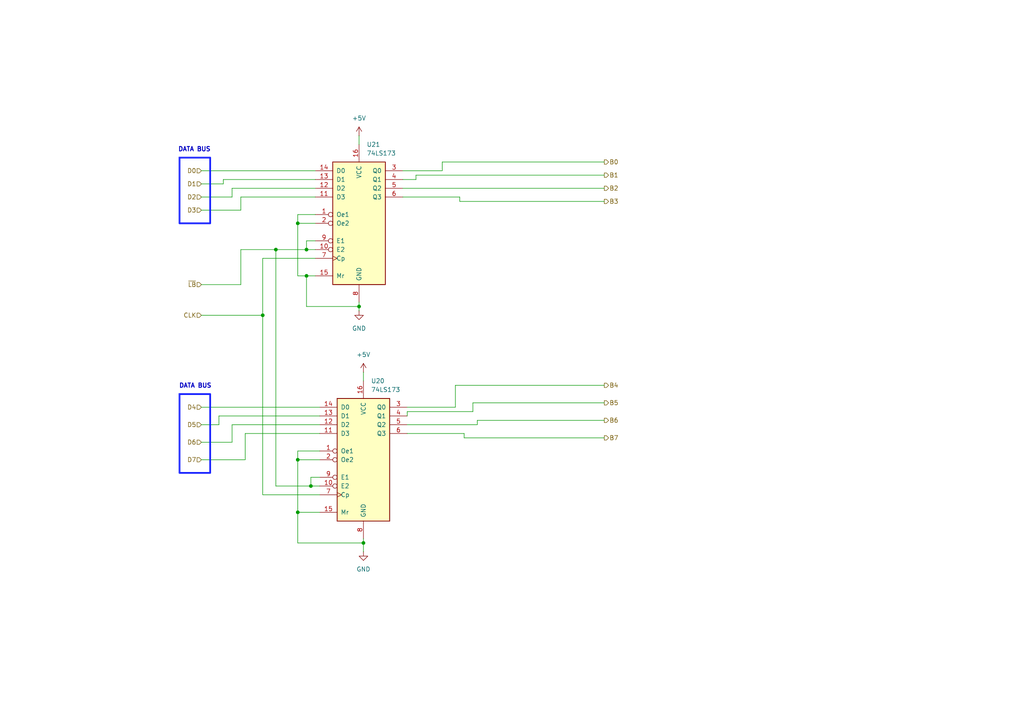
<source format=kicad_sch>
(kicad_sch (version 20231120) (generator "eeschema") (generator_version "8.0")
  (paper "A4")
  (title_block (title "ISAP-1 COMPUTER") (date "2024-11-27") (rev "Version 1") (comment 1 "by Linca Marius Gheorghe") (comment 3 "Register B"))
  (lib_symbols
    (symbol "74xx:74LS173" (pin_names (offset 1.016))
      (property "Reference" "U" (at -7.62 19.05 0))
      (property "Value" "74LS173" (at -7.62 -19.05 0))
      (symbol "74LS173_1_0"
        (pin input inverted (at -12.7 2.54 0) (length 5.08) (name "Oe1") (number "1"))
        (pin input inverted (at -12.7 -7.62 0) (length 5.08) (name "E2") (number "10"))
        (pin input line (at -12.7 7.62 0) (length 5.08) (name "D3") (number "11"))
        (pin input line (at -12.7 10.16 0) (length 5.08) (name "D2") (number "12"))
        (pin input line (at -12.7 12.7 0) (length 5.08) (name "D1") (number "13"))
        (pin input line (at -12.7 15.24 0) (length 5.08) (name "D0") (number "14"))
        (pin input line (at -12.7 -15.24 0) (length 5.08) (name "Mr") (number "15"))
        (pin power_in line (at 0 22.86 270) (length 5.08) (name "VCC") (number "16"))
        (pin input inverted (at -12.7 0 0) (length 5.08) (name "Oe2") (number "2"))
        (pin tri_state line (at 12.7 15.24 180) (length 5.08) (name "Q0") (number "3"))
        (pin tri_state line (at 12.7 12.7 180) (length 5.08) (name "Q1") (number "4"))
        (pin tri_state line (at 12.7 10.16 180) (length 5.08) (name "Q2") (number "5"))
        (pin tri_state line (at 12.7 7.62 180) (length 5.08) (name "Q3") (number "6"))
        (pin input clock (at -12.7 -10.16 0) (length 5.08) (name "Cp") (number "7"))
        (pin power_in line (at 0 -22.86 90) (length 5.08) (name "GND") (number "8"))
        (pin input inverted (at -12.7 -5.08 0) (length 5.08) (name "E1") (number "9"))
      )
      (symbol "74LS173_1_1"
        (rectangle (start -7.62 17.78) (end 7.62 -17.78) (stroke (width 0.254)) (fill (type background)))
      )
    )
    (symbol "power:+5V" (power) (pin_numbers hide) (pin_names (offset 0) hide)
      (property "Value" "+5V" (at 0 3.556 0))
      (symbol "+5V_0_1"
        (polyline (pts (xy -0.762 1.27) (xy 0 2.54)))
        (polyline (pts (xy 0 0) (xy 0 2.54)))
        (polyline (pts (xy 0 2.54) (xy 0.762 1.27)))
      )
      (symbol "+5V_1_1"
        (pin power_in line (at 0 0 90) (length 0) (name "~") (number "1"))
      )
    )
    (symbol "power:GND" (power) (pin_numbers hide) (pin_names (offset 0) hide)
      (property "Value" "GND" (at 0 -3.81 0))
      (symbol "GND_0_1"
        (polyline (pts (xy 0 0) (xy 0 -1.27) (xy 1.27 -1.27) (xy 0 -2.54) (xy -1.27 -1.27) (xy 0 -1.27)))
      )
      (symbol "GND_1_1"
        (pin power_in line (at 0 0 270) (length 0) (name "~") (number "1"))
      )
    )
  )
  (junction (at 104.14 88.9))
  (junction (at 105.41 157.48))
  (junction (at 86.36 64.77))
  (junction (at 90.17 140.97))
  (junction (at 86.36 148.59))
  (junction (at 80.01 72.39))
  (junction (at 86.36 133.35))
  (junction (at 88.9 72.39))
  (junction (at 88.9 80.01))
  (junction (at 76.2 91.44))
  (wire (pts (xy 175.26 121.92) (xy 138.43 121.92)))
  (wire (pts (xy 71.12 125.73) (xy 71.12 133.35)))
  (wire (pts (xy 91.44 62.23) (xy 86.36 62.23)))
  (wire (pts (xy 118.11 119.38) (xy 118.11 120.65)))
  (wire (pts (xy 133.35 58.42) (xy 175.26 58.42)))
  (wire (pts (xy 175.26 111.76) (xy 132.08 111.76)))
  (wire (pts (xy 175.26 116.84) (xy 137.16 116.84)))
  (wire (pts (xy 92.71 130.81) (xy 86.36 130.81)))
  (wire (pts (xy 63.5 123.19) (xy 58.42 123.19)))
  (wire (pts (xy 86.36 148.59) (xy 92.71 148.59)))
  (wire (pts (xy 58.42 91.44) (xy 76.2 91.44)))
  (wire (pts (xy 120.65 52.07) (xy 116.84 52.07)))
  (wire (pts (xy 138.43 121.92) (xy 138.43 123.19)))
  (wire (pts (xy 80.01 72.39) (xy 80.01 140.97)))
  (wire (pts (xy 86.36 62.23) (xy 86.36 64.77)))
  (wire (pts (xy 58.42 82.55) (xy 69.85 82.55)))
  (wire (pts (xy 175.26 50.8) (xy 120.65 50.8)))
  (wire (pts (xy 92.71 125.73) (xy 71.12 125.73)))
  (wire (pts (xy 92.71 123.19) (xy 67.31 123.19)))
  (wire (pts (xy 86.36 133.35) (xy 92.71 133.35)))
  (wire (pts (xy 105.41 107.95) (xy 105.41 110.49)))
  (wire (pts (xy 67.31 54.61) (xy 67.31 57.15)))
  (wire (pts (xy 92.71 138.43) (xy 90.17 138.43)))
  (wire (pts (xy 69.85 60.96) (xy 58.42 60.96)))
  (wire (pts (xy 118.11 125.73) (xy 134.62 125.73)))
  (wire (pts (xy 104.14 39.37) (xy 104.14 41.91)))
  (wire (pts (xy 91.44 69.85) (xy 88.9 69.85)))
  (wire (pts (xy 128.27 49.53) (xy 128.27 46.99)))
  (wire (pts (xy 67.31 123.19) (xy 67.31 128.27)))
  (wire (pts (xy 91.44 80.01) (xy 88.9 80.01)))
  (wire (pts (xy 69.85 82.55) (xy 69.85 72.39)))
  (wire (pts (xy 175.26 127) (xy 134.62 127)))
  (wire (pts (xy 76.2 143.51) (xy 92.71 143.51)))
  (wire (pts (xy 86.36 157.48) (xy 105.41 157.48)))
  (wire (pts (xy 86.36 148.59) (xy 86.36 157.48)))
  (wire (pts (xy 86.36 64.77) (xy 86.36 80.01)))
  (wire (pts (xy 134.62 127) (xy 134.62 125.73)))
  (wire (pts (xy 71.12 133.35) (xy 58.42 133.35)))
  (wire (pts (xy 91.44 57.15) (xy 69.85 57.15)))
  (wire (pts (xy 88.9 72.39) (xy 91.44 72.39)))
  (wire (pts (xy 86.36 64.77) (xy 91.44 64.77)))
  (wire (pts (xy 132.08 111.76) (xy 132.08 118.11)))
  (wire (pts (xy 69.85 72.39) (xy 80.01 72.39)))
  (wire (pts (xy 63.5 120.65) (xy 63.5 123.19)))
  (wire (pts (xy 91.44 74.93) (xy 76.2 74.93)))
  (wire (pts (xy 105.41 157.48) (xy 105.41 160.02)))
  (wire (pts (xy 80.01 140.97) (xy 90.17 140.97)))
  (wire (pts (xy 58.42 53.34) (xy 64.77 53.34)))
  (wire (pts (xy 91.44 52.07) (xy 64.77 52.07)))
  (wire (pts (xy 80.01 72.39) (xy 88.9 72.39)))
  (wire (pts (xy 91.44 54.61) (xy 67.31 54.61)))
  (wire (pts (xy 86.36 133.35) (xy 86.36 148.59)))
  (wire (pts (xy 67.31 57.15) (xy 58.42 57.15)))
  (wire (pts (xy 90.17 138.43) (xy 90.17 140.97)))
  (wire (pts (xy 116.84 54.61) (xy 175.26 54.61)))
  (wire (pts (xy 120.65 50.8) (xy 120.65 52.07)))
  (wire (pts (xy 116.84 57.15) (xy 133.35 57.15)))
  (wire (pts (xy 88.9 80.01) (xy 88.9 88.9)))
  (wire (pts (xy 64.77 52.07) (xy 64.77 53.34)))
  (wire (pts (xy 116.84 49.53) (xy 128.27 49.53)))
  (wire (pts (xy 58.42 49.53) (xy 91.44 49.53)))
  (wire (pts (xy 86.36 130.81) (xy 86.36 133.35)))
  (wire (pts (xy 76.2 91.44) (xy 76.2 143.51)))
  (wire (pts (xy 86.36 80.01) (xy 88.9 80.01)))
  (wire (pts (xy 132.08 118.11) (xy 118.11 118.11)))
  (wire (pts (xy 88.9 69.85) (xy 88.9 72.39)))
  (wire (pts (xy 67.31 128.27) (xy 58.42 128.27)))
  (wire (pts (xy 133.35 57.15) (xy 133.35 58.42)))
  (wire (pts (xy 58.42 118.11) (xy 92.71 118.11)))
  (wire (pts (xy 92.71 120.65) (xy 63.5 120.65)))
  (wire (pts (xy 104.14 87.63) (xy 104.14 88.9)))
  (wire (pts (xy 69.85 57.15) (xy 69.85 60.96)))
  (wire (pts (xy 118.11 123.19) (xy 138.43 123.19)))
  (wire (pts (xy 128.27 46.99) (xy 175.26 46.99)))
  (wire (pts (xy 104.14 88.9) (xy 104.14 90.17)))
  (wire (pts (xy 105.41 156.21) (xy 105.41 157.48)))
  (wire (pts (xy 90.17 140.97) (xy 92.71 140.97)))
  (wire (pts (xy 76.2 74.93) (xy 76.2 91.44)))
  (wire (pts (xy 137.16 116.84) (xy 137.16 119.38)))
  (wire (pts (xy 88.9 88.9) (xy 104.14 88.9)))
  (wire (pts (xy 137.16 119.38) (xy 118.11 119.38)))
  (rectangle (start 52.07 114.3) (end 60.96 137.16) (stroke (width 0.508) (color 21 31 255 1)))
  (rectangle (start 52.07 45.72) (end 60.96 64.77) (stroke (width 0.508) (color 21 31 255 1)))
  (text "DATA BUS" (at 56.388 43.434 0) (effects (font (size 1.27 1.27) (thickness 0.254) (bold yes))))
  (text "DATA BUS" (at 56.642 112.014 0) (effects (font (size 1.27 1.27) (thickness 0.254) (bold yes))))
  (hierarchical_label "B4" (shape output) (at 175.26 111.76 0))
  (hierarchical_label "B3" (shape output) (at 175.26 58.42 0))
  (hierarchical_label "D3" (shape input) (at 58.42 60.96 180))
  (hierarchical_label "B0" (shape output) (at 175.26 46.99 0))
  (hierarchical_label "B2" (shape output) (at 175.26 54.61 0))
  (hierarchical_label "D4" (shape input) (at 58.42 118.11 180))
  (hierarchical_label "B5" (shape output) (at 175.26 116.84 0))
  (hierarchical_label "D0" (shape input) (at 58.42 49.53 180))
  (hierarchical_label "B7" (shape output) (at 175.26 127 0))
  (hierarchical_label "CLK" (shape input) (at 58.42 91.44 180))
  (hierarchical_label "D1" (shape input) (at 58.42 53.34 180))
  (hierarchical_label "D2" (shape input) (at 58.42 57.15 180))
  (hierarchical_label "D7" (shape input) (at 58.42 133.35 180))
  (hierarchical_label "B6" (shape output) (at 175.26 121.92 0))
  (hierarchical_label "D6" (shape input) (at 58.42 128.27 180))
  (hierarchical_label "B1" (shape output) (at 175.26 50.8 0))
  (hierarchical_label "D5" (shape input) (at 58.42 123.19 180))
  (hierarchical_label "~{LB}" (shape input) (at 58.42 82.55 180))
  (symbol (lib_id "power:GND") (at 105.41 160.02 0) (unit 1)
    (property "Reference" "#PWR031" (effects (hide yes)))
    (property "Value" "GND" (at 105.41 165.1 0))
    (property "Description" "Power symbol creates a global label with name \"GND\" , ground" (effects (hide yes)))
  )
  (symbol (lib_id "74xx:74LS173") (at 104.14 64.77 0) (unit 1)
    (property "Reference" "U21" (at 106.3341 41.91 0) (effects (justify left)))
    (property "Value" "74LS173" (at 106.3341 44.45 0) (effects (justify left)))
    (property "Footprint" "Package_DIP:DIP-16_W7.62mm_LongPads" (effects (hide yes)))
    (property "Datasheet" "http://www.ti.com/lit/gpn/sn74LS173" (effects (hide yes)))
    (property "Description" "4-bit D-type Register, 3 state out" (effects (hide yes)))
  )
  (symbol (lib_id "power:+5V") (at 105.41 107.95 0) (unit 1)
    (property "Reference" "#PWR030" (effects (hide yes)))
    (property "Value" "+5V" (at 105.41 102.87 0))
    (property "Description" "Power symbol creates a global label with name \"+5V\"" (effects (hide yes)))
  )
  (symbol (lib_id "power:GND") (at 104.14 90.17 0) (unit 1)
    (property "Reference" "#PWR029" (effects (hide yes)))
    (property "Value" "GND" (at 104.14 95.25 0))
    (property "Description" "Power symbol creates a global label with name \"GND\" , ground" (effects (hide yes)))
  )
  (symbol (lib_id "74xx:74LS173") (at 105.41 133.35 0) (unit 1)
    (property "Reference" "U20" (at 107.6041 110.49 0) (effects (justify left)))
    (property "Value" "74LS173" (at 107.6041 113.03 0) (effects (justify left)))
    (property "Footprint" "Package_DIP:DIP-16_W7.62mm_LongPads" (effects (hide yes)))
    (property "Datasheet" "http://www.ti.com/lit/gpn/sn74LS173" (effects (hide yes)))
    (property "Description" "4-bit D-type Register, 3 state out" (effects (hide yes)))
  )
  (symbol (lib_id "power:+5V") (at 104.14 39.37 0) (unit 1)
    (property "Reference" "#PWR028" (effects (hide yes)))
    (property "Value" "+5V" (at 104.14 34.29 0))
    (property "Description" "Power symbol creates a global label with name \"+5V\"" (effects (hide yes)))
  )
)
</source>
